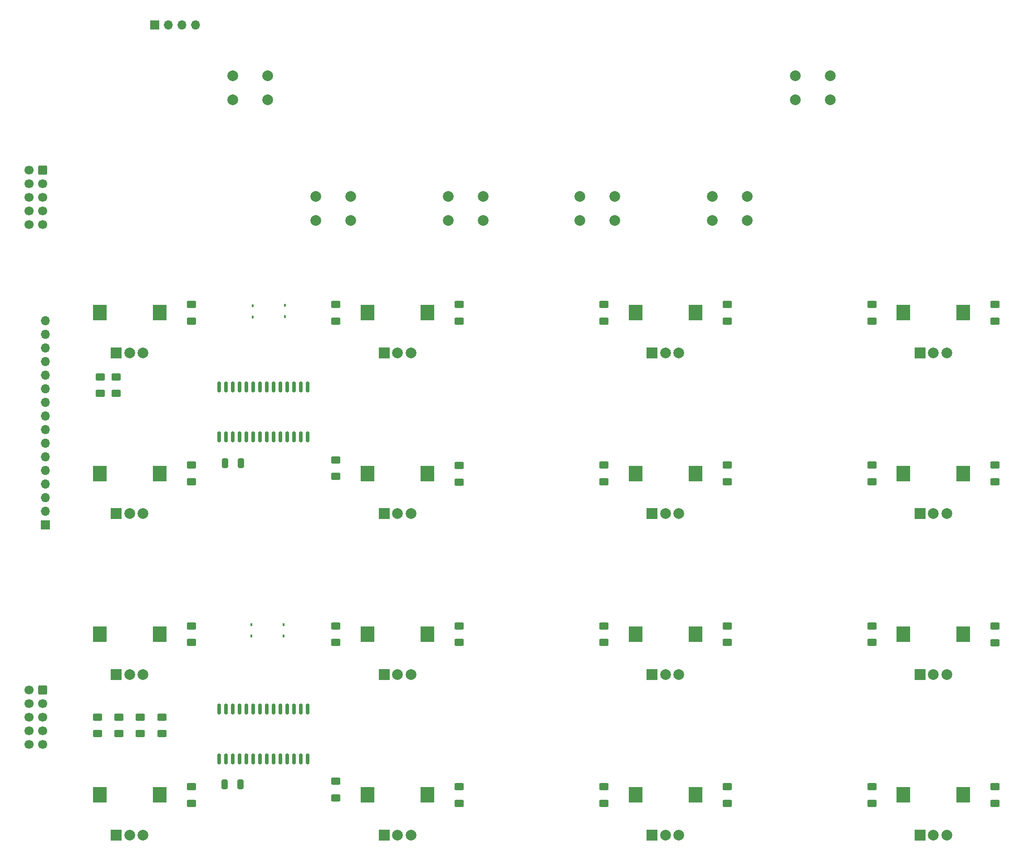
<source format=gbr>
%TF.GenerationSoftware,KiCad,Pcbnew,7.0.10-7.0.10~ubuntu22.04.1*%
%TF.CreationDate,2024-02-07T13:06:57+01:00*%
%TF.ProjectId,polykit-x-controlboard,706f6c79-6b69-4742-9d78-2d636f6e7472,v0.0.2*%
%TF.SameCoordinates,Original*%
%TF.FileFunction,Soldermask,Top*%
%TF.FilePolarity,Negative*%
%FSLAX46Y46*%
G04 Gerber Fmt 4.6, Leading zero omitted, Abs format (unit mm)*
G04 Created by KiCad (PCBNEW 7.0.10-7.0.10~ubuntu22.04.1) date 2024-02-07 13:06:57*
%MOMM*%
%LPD*%
G01*
G04 APERTURE LIST*
G04 Aperture macros list*
%AMRoundRect*
0 Rectangle with rounded corners*
0 $1 Rounding radius*
0 $2 $3 $4 $5 $6 $7 $8 $9 X,Y pos of 4 corners*
0 Add a 4 corners polygon primitive as box body*
4,1,4,$2,$3,$4,$5,$6,$7,$8,$9,$2,$3,0*
0 Add four circle primitives for the rounded corners*
1,1,$1+$1,$2,$3*
1,1,$1+$1,$4,$5*
1,1,$1+$1,$6,$7*
1,1,$1+$1,$8,$9*
0 Add four rect primitives between the rounded corners*
20,1,$1+$1,$2,$3,$4,$5,0*
20,1,$1+$1,$4,$5,$6,$7,0*
20,1,$1+$1,$6,$7,$8,$9,0*
20,1,$1+$1,$8,$9,$2,$3,0*%
G04 Aperture macros list end*
%ADD10R,0.450000X0.600000*%
%ADD11R,2.000000X2.000000*%
%ADD12C,2.000000*%
%ADD13R,2.500000X3.000000*%
%ADD14RoundRect,0.250000X0.625000X-0.400000X0.625000X0.400000X-0.625000X0.400000X-0.625000X-0.400000X0*%
%ADD15RoundRect,0.250000X-0.625000X0.400000X-0.625000X-0.400000X0.625000X-0.400000X0.625000X0.400000X0*%
%ADD16RoundRect,0.150000X-0.150000X0.875000X-0.150000X-0.875000X0.150000X-0.875000X0.150000X0.875000X0*%
%ADD17RoundRect,0.250000X0.325000X0.650000X-0.325000X0.650000X-0.325000X-0.650000X0.325000X-0.650000X0*%
%ADD18R,1.700000X1.700000*%
%ADD19O,1.700000X1.700000*%
%ADD20RoundRect,0.250000X0.600000X0.600000X-0.600000X0.600000X-0.600000X-0.600000X0.600000X-0.600000X0*%
%ADD21C,1.700000*%
G04 APERTURE END LIST*
D10*
%TO.C,D1*%
X63000000Y-72700000D03*
X63000000Y-74800000D03*
%TD*%
D11*
%TO.C,SW9*%
X87500000Y-81500000D03*
D12*
X92500000Y-81500000D03*
X90000000Y-81500000D03*
D13*
X84400000Y-74000000D03*
X95600000Y-74000000D03*
%TD*%
D10*
%TO.C,D2*%
X69000000Y-72650000D03*
X69000000Y-74750000D03*
%TD*%
D12*
%TO.C,SW3*%
X99450000Y-52250000D03*
X105950000Y-52250000D03*
X99450000Y-56750000D03*
X105950000Y-56750000D03*
%TD*%
D14*
%TO.C,R11*%
X37500000Y-89050000D03*
X37500000Y-85950000D03*
%TD*%
D12*
%TO.C,SW6*%
X164250000Y-29750000D03*
X170750000Y-29750000D03*
X164250000Y-34250000D03*
X170750000Y-34250000D03*
%TD*%
D11*
%TO.C,SW7*%
X187500000Y-81500000D03*
D12*
X192500000Y-81500000D03*
X190000000Y-81500000D03*
D13*
X184400000Y-74000000D03*
X195600000Y-74000000D03*
%TD*%
D11*
%TO.C,SW15*%
X187500000Y-141500000D03*
D12*
X192500000Y-141500000D03*
X190000000Y-141500000D03*
D13*
X184400000Y-134000000D03*
X195600000Y-134000000D03*
%TD*%
D11*
%TO.C,SW17*%
X87500000Y-141500000D03*
D12*
X92500000Y-141500000D03*
X90000000Y-141500000D03*
D13*
X84400000Y-134000000D03*
X95600000Y-134000000D03*
%TD*%
D15*
%TO.C,R33*%
X34000000Y-149450000D03*
X34000000Y-152550000D03*
%TD*%
D11*
%TO.C,SW16*%
X137500000Y-141500000D03*
D12*
X142500000Y-141500000D03*
X140000000Y-141500000D03*
D13*
X134400000Y-134000000D03*
X145600000Y-134000000D03*
%TD*%
D11*
%TO.C,SW8*%
X137500000Y-81500000D03*
D12*
X142500000Y-81500000D03*
X140000000Y-81500000D03*
D13*
X134400000Y-74000000D03*
X145600000Y-74000000D03*
%TD*%
D15*
%TO.C,R27*%
X78500000Y-161450000D03*
X78500000Y-164550000D03*
%TD*%
%TO.C,R23*%
X178500000Y-102450000D03*
X178500000Y-105550000D03*
%TD*%
D11*
%TO.C,SW22*%
X187500000Y-171500000D03*
D12*
X192500000Y-171500000D03*
X190000000Y-171500000D03*
D13*
X184400000Y-164000000D03*
X195600000Y-164000000D03*
%TD*%
D15*
%TO.C,R26*%
X51500000Y-162450000D03*
X51500000Y-165550000D03*
%TD*%
D11*
%TO.C,SW12*%
X87500000Y-111500000D03*
D12*
X92500000Y-111500000D03*
X90000000Y-111500000D03*
D13*
X84400000Y-104000000D03*
X95600000Y-104000000D03*
%TD*%
D15*
%TO.C,R30*%
X151500000Y-162450000D03*
X151500000Y-165550000D03*
%TD*%
D16*
%TO.C,U2*%
X73255000Y-147950000D03*
X71985000Y-147950000D03*
X70715000Y-147950000D03*
X69445000Y-147950000D03*
X68175000Y-147950000D03*
X66905000Y-147950000D03*
X65635000Y-147950000D03*
X64365000Y-147950000D03*
X63095000Y-147950000D03*
X61825000Y-147950000D03*
X60555000Y-147950000D03*
X59285000Y-147950000D03*
X58015000Y-147950000D03*
X56745000Y-147950000D03*
X56745000Y-157250000D03*
X58015000Y-157250000D03*
X59285000Y-157250000D03*
X60555000Y-157250000D03*
X61825000Y-157250000D03*
X63095000Y-157250000D03*
X64365000Y-157250000D03*
X65635000Y-157250000D03*
X66905000Y-157250000D03*
X68175000Y-157250000D03*
X69445000Y-157250000D03*
X70715000Y-157250000D03*
X71985000Y-157250000D03*
X73255000Y-157250000D03*
%TD*%
D11*
%TO.C,SW20*%
X87500000Y-171500000D03*
D12*
X92500000Y-171500000D03*
X90000000Y-171500000D03*
D13*
X84400000Y-164000000D03*
X95600000Y-164000000D03*
%TD*%
D12*
%TO.C,SW1*%
X59250000Y-29750000D03*
X65750000Y-29750000D03*
X59250000Y-34250000D03*
X65750000Y-34250000D03*
%TD*%
D15*
%TO.C,R32*%
X201500000Y-162450000D03*
X201500000Y-165550000D03*
%TD*%
%TO.C,R16*%
X51500000Y-132450000D03*
X51500000Y-135550000D03*
%TD*%
D11*
%TO.C,SW19*%
X37500000Y-171500000D03*
D12*
X42500000Y-171500000D03*
X40000000Y-171500000D03*
D13*
X34400000Y-164000000D03*
X45600000Y-164000000D03*
%TD*%
D15*
%TO.C,R13*%
X78500000Y-132450000D03*
X78500000Y-135550000D03*
%TD*%
%TO.C,R20*%
X101500000Y-102500000D03*
X101500000Y-105600000D03*
%TD*%
%TO.C,R12*%
X51500000Y-72450000D03*
X51500000Y-75550000D03*
%TD*%
%TO.C,R8*%
X151500000Y-132450000D03*
X151500000Y-135550000D03*
%TD*%
%TO.C,R17*%
X34500000Y-85950000D03*
X34500000Y-89050000D03*
%TD*%
D17*
%TO.C,C1*%
X60744258Y-102034015D03*
X57794258Y-102034015D03*
%TD*%
D10*
%TO.C,D4*%
X68750000Y-132200000D03*
X68750000Y-134300000D03*
%TD*%
D15*
%TO.C,R28*%
X101500000Y-162450000D03*
X101500000Y-165550000D03*
%TD*%
%TO.C,R25*%
X46000000Y-149450000D03*
X46000000Y-152550000D03*
%TD*%
%TO.C,R21*%
X128500000Y-102450000D03*
X128500000Y-105550000D03*
%TD*%
%TO.C,R6*%
X128500000Y-132450000D03*
X128500000Y-135550000D03*
%TD*%
D11*
%TO.C,SW14*%
X187500000Y-111500000D03*
D12*
X192500000Y-111500000D03*
X190000000Y-111500000D03*
D13*
X184400000Y-104000000D03*
X195600000Y-104000000D03*
%TD*%
D15*
%TO.C,R19*%
X78500000Y-101450000D03*
X78500000Y-104550000D03*
%TD*%
%TO.C,R3*%
X201500000Y-72450000D03*
X201500000Y-75550000D03*
%TD*%
%TO.C,R31*%
X178500000Y-162450000D03*
X178500000Y-165550000D03*
%TD*%
D16*
%TO.C,U1*%
X73255000Y-87850000D03*
X71985000Y-87850000D03*
X70715000Y-87850000D03*
X69445000Y-87850000D03*
X68175000Y-87850000D03*
X66905000Y-87850000D03*
X65635000Y-87850000D03*
X64365000Y-87850000D03*
X63095000Y-87850000D03*
X61825000Y-87850000D03*
X60555000Y-87850000D03*
X59285000Y-87850000D03*
X58015000Y-87850000D03*
X56745000Y-87850000D03*
X56745000Y-97150000D03*
X58015000Y-97150000D03*
X59285000Y-97150000D03*
X60555000Y-97150000D03*
X61825000Y-97150000D03*
X63095000Y-97150000D03*
X64365000Y-97150000D03*
X65635000Y-97150000D03*
X66905000Y-97150000D03*
X68175000Y-97150000D03*
X69445000Y-97150000D03*
X70715000Y-97150000D03*
X71985000Y-97150000D03*
X73255000Y-97150000D03*
%TD*%
D15*
%TO.C,R29*%
X128500000Y-162450000D03*
X128500000Y-165550000D03*
%TD*%
D11*
%TO.C,SW11*%
X37500000Y-111500000D03*
D12*
X42500000Y-111500000D03*
X40000000Y-111500000D03*
D13*
X34400000Y-104000000D03*
X45600000Y-104000000D03*
%TD*%
D15*
%TO.C,R7*%
X151500000Y-72450000D03*
X151500000Y-75550000D03*
%TD*%
%TO.C,R24*%
X201500000Y-102450000D03*
X201500000Y-105550000D03*
%TD*%
D11*
%TO.C,SW21*%
X137500000Y-171500000D03*
D12*
X142500000Y-171500000D03*
X140000000Y-171500000D03*
D13*
X134400000Y-164000000D03*
X145600000Y-164000000D03*
%TD*%
D15*
%TO.C,R22*%
X151500000Y-102450000D03*
X151500000Y-105550000D03*
%TD*%
D12*
%TO.C,SW2*%
X74750000Y-52250000D03*
X81250000Y-52250000D03*
X74750000Y-56750000D03*
X81250000Y-56750000D03*
%TD*%
D11*
%TO.C,SW18*%
X37500000Y-141500000D03*
D12*
X42500000Y-141500000D03*
X40000000Y-141500000D03*
D13*
X34400000Y-134000000D03*
X45600000Y-134000000D03*
%TD*%
D15*
%TO.C,R15*%
X38000000Y-149450000D03*
X38000000Y-152550000D03*
%TD*%
%TO.C,R14*%
X101500000Y-132450000D03*
X101500000Y-135550000D03*
%TD*%
%TO.C,R34*%
X42000000Y-149450000D03*
X42000000Y-152550000D03*
%TD*%
D12*
%TO.C,SW5*%
X148750000Y-52250000D03*
X155250000Y-52250000D03*
X148750000Y-56750000D03*
X155250000Y-56750000D03*
%TD*%
D15*
%TO.C,R5*%
X128500000Y-72450000D03*
X128500000Y-75550000D03*
%TD*%
%TO.C,R18*%
X51500000Y-102450000D03*
X51500000Y-105550000D03*
%TD*%
D10*
%TO.C,D3*%
X62750000Y-132200000D03*
X62750000Y-134300000D03*
%TD*%
D12*
%TO.C,SW4*%
X124050000Y-52250000D03*
X130550000Y-52250000D03*
X124050000Y-56750000D03*
X130550000Y-56750000D03*
%TD*%
D15*
%TO.C,R4*%
X201500000Y-132500000D03*
X201500000Y-135600000D03*
%TD*%
%TO.C,R1*%
X178500000Y-72450000D03*
X178500000Y-75550000D03*
%TD*%
D17*
%TO.C,C2*%
X60675000Y-162000000D03*
X57725000Y-162000000D03*
%TD*%
D15*
%TO.C,R9*%
X78500000Y-72450000D03*
X78500000Y-75550000D03*
%TD*%
%TO.C,R2*%
X178500000Y-132450000D03*
X178500000Y-135550000D03*
%TD*%
D11*
%TO.C,SW13*%
X137500000Y-111500000D03*
D12*
X142500000Y-111500000D03*
X140000000Y-111500000D03*
D13*
X134400000Y-104000000D03*
X145600000Y-104000000D03*
%TD*%
D11*
%TO.C,SW10*%
X37500000Y-81500000D03*
D12*
X42500000Y-81500000D03*
X40000000Y-81500000D03*
D13*
X34400000Y-74000000D03*
X45600000Y-74000000D03*
%TD*%
D15*
%TO.C,R10*%
X101500000Y-72450000D03*
X101500000Y-75550000D03*
%TD*%
D18*
%TO.C,J1*%
X24250000Y-113550000D03*
D19*
X24250000Y-111010000D03*
X24250000Y-108470000D03*
X24250000Y-105930000D03*
X24250000Y-103390000D03*
X24250000Y-100850000D03*
X24250000Y-98310000D03*
X24250000Y-95770000D03*
X24250000Y-93230000D03*
X24250000Y-90690000D03*
X24250000Y-88150000D03*
X24250000Y-85610000D03*
X24250000Y-83070000D03*
X24250000Y-80530000D03*
X24250000Y-77990000D03*
X24250000Y-75450000D03*
%TD*%
D20*
%TO.C,J2*%
X23752500Y-144420000D03*
D21*
X21212500Y-144420000D03*
X23752500Y-146960000D03*
X21212500Y-146960000D03*
X23752500Y-149500000D03*
X21212500Y-149500000D03*
X23752500Y-152040000D03*
X21212500Y-152040000D03*
X23752500Y-154580000D03*
X21212500Y-154580000D03*
%TD*%
D18*
%TO.C,J4*%
X44700000Y-20250000D03*
D19*
X47240000Y-20250000D03*
X49780000Y-20250000D03*
X52320000Y-20250000D03*
%TD*%
D20*
%TO.C,J3*%
X23752500Y-47420000D03*
D21*
X21212500Y-47420000D03*
X23752500Y-49960000D03*
X21212500Y-49960000D03*
X23752500Y-52500000D03*
X21212500Y-52500000D03*
X23752500Y-55040000D03*
X21212500Y-55040000D03*
X23752500Y-57580000D03*
X21212500Y-57580000D03*
%TD*%
M02*

</source>
